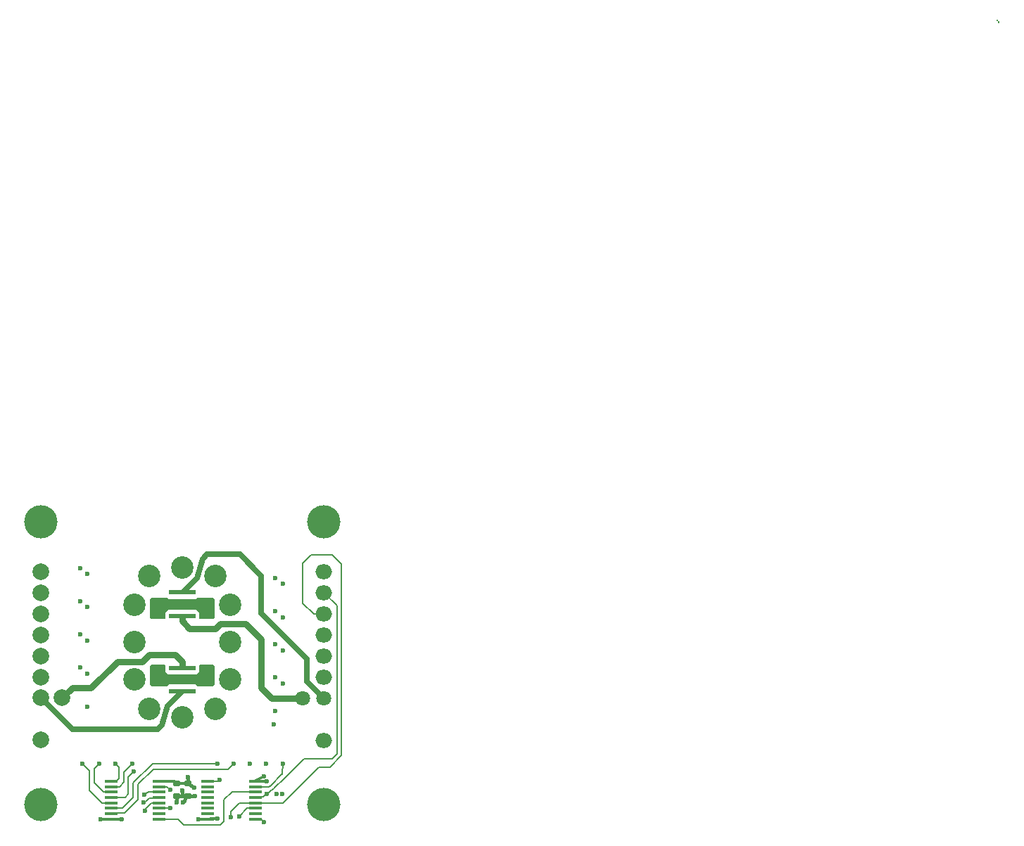
<source format=gtl>
%FSTAX44Y44*%
%MOIN*%
%SFA1B1*%

%IPPOS*%
%AMD27*
4,1,8,0.029200,0.006900,-0.029200,0.006900,-0.030900,0.005200,-0.030900,-0.005200,-0.029200,-0.006900,0.029200,-0.006900,0.030900,-0.005200,0.030900,0.005200,0.029200,0.006900,0.0*
1,1,0.003465,0.029200,0.005200*
1,1,0.003465,-0.029200,0.005200*
1,1,0.003465,-0.029200,-0.005200*
1,1,0.003465,0.029200,-0.005200*
%
%AMD28*
4,1,8,-0.015700,0.007800,-0.015700,-0.007800,-0.009800,-0.013800,0.009800,-0.013800,0.015700,-0.007800,0.015700,0.007800,0.009800,0.013800,-0.009800,0.013800,-0.015700,0.007800,0.0*
1,1,0.011890,-0.009800,0.007800*
1,1,0.011890,-0.009800,-0.007800*
1,1,0.011890,0.009800,-0.007800*
1,1,0.011890,0.009800,0.007800*
%
%ADD10C,0.007874*%
%ADD24C,0.015748*%
%ADD25R,0.129921X0.051181*%
%ADD26R,0.129921X0.019685*%
G04~CAMADD=27~8~0.0~0.0~618.1~137.8~17.3~0.0~15~0.0~0.0~0.0~0.0~0~0.0~0.0~0.0~0.0~0~0.0~0.0~0.0~0.0~618.1~137.8*
%ADD27D27*%
G04~CAMADD=28~8~0.0~0.0~275.6~315.0~59.4~0.0~15~0.0~0.0~0.0~0.0~0~0.0~0.0~0.0~0.0~0~0.0~0.0~0.0~90.0~315.0~275.0*
%ADD28D28*%
%ADD29C,0.027559*%
%ADD30C,0.031496*%
%ADD31C,0.011811*%
%ADD32C,0.157480*%
%ADD33C,0.070866*%
%ADD34C,0.078740*%
%ADD35O,0.078740X0.070866*%
%ADD36C,0.106299*%
%ADD37C,0.023622*%
%LNnixie_in12-1*%
%LPD*%
G36*
X00045322Y00037107D02*
X00045402D01*
Y00037027*
X00045322*
Y00037107*
X00045242*
Y00037187*
X00045322*
Y00037107*
G37*
G36*
X00006092Y00009685D02*
X00007293D01*
X00007411Y00009802*
X00008148*
X00008232Y00009719*
Y00008859*
X0000815Y00008777*
X00007522*
X00007488Y00008811*
Y00009104*
X00007355Y00009237*
X0000603*
X00005897Y00009104*
Y00008811*
X00005863Y00008777*
X00005235*
X00005153Y00008859*
Y00009719*
X00005238Y00009804*
X00005972*
X00006092Y00009685*
G37*
G36*
X00008232Y00006534D02*
Y00005674D01*
X00008147Y00005589*
X00007412*
X00007293Y00005708*
X00006092*
X00005974Y0000559*
X00005237*
X00005153Y00005674*
Y00006534*
X00005235Y00006616*
X00005863*
X00005897Y00006582*
Y00006288*
X0000603Y00006155*
X00007355*
X00007488Y00006288*
Y00006582*
X00007522Y00006616*
X0000815*
X00008232Y00006534*
G37*
G54D10*
X00010437Y00000354D02*
D01*
X00010449Y00000354*
X00010461Y00000356*
X00010473Y00000358*
X00010485Y00000361*
X00010497Y00000364*
X00010508Y00000369*
X00010519Y00000374*
X0001053Y0000038*
X0001054Y00000387*
X00010541Y00000388*
X00010985Y00000718D02*
D01*
X00011011Y00000738*
X00011035Y0000076*
X00011037Y00000762*
X00010703Y00000822D02*
D01*
X00010723Y00000822*
X00010742Y00000824*
X00010761Y00000828*
X00010779Y00000832*
X00010798Y00000838*
X00010816Y00000845*
X00010833Y00000854*
X00010849Y00000863*
X00010865Y00000874*
X00010881Y00000886*
X00010895Y00000899*
X00010898Y00000901*
X00011404Y00001405D02*
D01*
X00011408Y00001409*
X00011411Y00001414*
X00011414Y00001418*
X00011417Y00001423*
X0001142Y00001428*
X00011422Y00001433*
X00011424Y00001438*
X00011425Y00001443*
X00011426Y00001449*
X00011427Y00001454*
X00011427Y00001457*
X00014011Y00002397D02*
Y00009405D01*
X00013393Y00010023D02*
X00014011Y00009405D01*
X00012401Y00009535D02*
Y00011417D01*
X00012913Y00009023D02*
X00013385D01*
X00012401Y00009535D02*
X00012913Y00009023D01*
X00012401Y00011417D02*
X00012795Y00011811D01*
X00013779*
X00014214Y00011376*
Y00002309D02*
Y00011376D01*
X00013676Y00001771D02*
X00014214Y00002309D01*
X00013779Y00002165D02*
X00014011Y00002397D01*
X00013161Y00001771D02*
X00013676D01*
X00010145Y00000068D02*
X00011458D01*
X00013161Y00001771*
X00012442Y00002165D02*
X00013779D01*
X00011543Y00001266D02*
X00012442Y00002165D01*
X00010415Y00000354D02*
X00010437D01*
X00010541Y00000388D02*
X00010694Y00000502D01*
X00010985Y00000718*
X00011037Y00000762D02*
X00011543Y00001266D01*
X00009746Y-00000187D02*
X00010145D01*
X00010423Y-00000698D02*
X00010561Y-00000837D01*
X00010145Y-00000698D02*
X00010423D01*
X00008996Y-00000619D02*
Y-00000333D01*
X00009398Y00000068*
X00010145*
X00008672Y00000207D02*
X00009055Y0000059D01*
X00008672Y-00000803D02*
Y00000207D01*
X00008492Y-00000984D02*
X00008672Y-00000803D01*
X00009396Y-00000592D02*
X00009746Y-00000187D01*
X00006486Y-00000698D02*
X00006771Y-00000984D01*
X00008492*
X00010135Y0000059D02*
X00010145Y0000058D01*
X00009055Y0000059D02*
X00010135D01*
X00008389Y00001092D02*
X00008446Y00001149D01*
X00007885Y00001092D02*
X00008389D01*
X00006106Y-00000187D02*
X00006109Y-00000189D01*
X00005579Y-00000187D02*
X00006106D01*
X00005136Y00000295D02*
X00005549D01*
X00004871Y00000093D02*
X00004996Y00000155D01*
X00005136Y00000295*
X00004907Y00000456D02*
X00005104Y0000058D01*
X00004914Y-00000253D02*
X00005237Y00000069D01*
X00005578*
X00004914Y-00000305D02*
Y-00000253D01*
X00005549Y00000295D02*
X00005579Y00000324D01*
X00005104Y0000058D02*
X00005579D01*
X0000597Y00000836D02*
X00006117Y00000689D01*
X00005579Y00000836D02*
X0000597D01*
X00010898Y00000901D02*
X00011404Y00001405D01*
X00011427Y00001457D02*
Y00001458D01*
X00011449Y00001929*
X00010145Y00000324D02*
X00010415Y00000354D01*
X00010145Y00000836D02*
X00010415Y00000822D01*
X00010703*
X00003937Y00001537D02*
X00004316Y00001916D01*
X00003937Y00001062D02*
Y00001537D01*
X0000371Y00000836D02*
X00003937Y00001062D01*
X00003564Y00001099D02*
X00003698Y00001234D01*
Y00001746*
X00003529Y00001916D02*
X00003698Y00001746D01*
X00003319Y-00000442D02*
X00003339Y-00000422D01*
X00003947D02*
X00004606Y00000236D01*
X00003339Y-00000422D02*
X00003947D01*
X00001954Y00001916D02*
X00002283Y00001587D01*
Y00000669D02*
Y00001587D01*
Y00000669D02*
X00002883Y00000068D01*
X00003319*
X00002519Y00001694D02*
X00002741Y00001916D01*
X00002519Y00001023D02*
Y00001694D01*
Y00001023D02*
X00002962Y0000058D01*
X00003319*
Y00000836D02*
X0000371D01*
X00004133Y00001278D02*
X00004403Y00001547D01*
X00004133Y00000472D02*
Y00001278D01*
X00003986Y00000324D02*
X00004133Y00000472D01*
X00003319Y00000324D02*
X00003986D01*
X0000437Y00000314D02*
Y00001007D01*
X00005291Y00001929D02*
X00008357D01*
X0000437Y00001007D02*
X00005291Y00001929D01*
X00004606Y00000949D02*
X00005308Y00001651D01*
X00008857*
X00004606Y00000236D02*
Y00000949D01*
X00008857Y00001651D02*
X0000914Y00001933D01*
X00003868Y-00000187D02*
X0000437Y00000314D01*
X00003319Y-00000187D02*
X00003868D01*
X00005579Y-00000698D02*
X00006486D01*
G54D24*
X0000678Y00000149D02*
D01*
X00006786Y00000158*
X00006791Y00000168*
X00006795Y00000178*
X00006799Y00000189*
X00006799Y00000189*
X00006841Y00000393D02*
X0000697D01*
X00006689D02*
X00006841D01*
X00006739Y00000088D02*
X0000678Y00000149D01*
X00006799Y00000189D02*
X00006841Y00000324D01*
X0000697Y00000393D02*
X00006974D01*
X00007277*
X0000697Y00000982D02*
X00007247Y00000772D01*
X00006417Y00000089D02*
X00006417Y00000393D01*
X00006841Y00000324D02*
X0000697Y00000392D01*
X00006417Y00000394D02*
X00006689Y00000393D01*
Y00000399D02*
Y00000653D01*
X0000697Y00000982D02*
Y00001286D01*
G54D25*
X00006692Y00009488D03*
Y00005905D03*
G54D26*
X00006692Y00008937D03*
Y00010039D03*
Y00006456D03*
Y00005354D03*
G54D27*
X00010145Y00001092D03*
Y00000836D03*
Y0000058D03*
Y00000324D03*
Y00000068D03*
Y-00000187D03*
Y-00000442D03*
Y-00000698D03*
X00007885D03*
Y-00000442D03*
Y-00000187D03*
Y00000068D03*
Y00000324D03*
Y0000058D03*
Y00000836D03*
Y00001092D03*
X00005579D03*
Y00000836D03*
Y0000058D03*
Y00000324D03*
Y00000068D03*
Y-00000187D03*
Y-00000442D03*
Y-00000698D03*
X00003319D03*
Y-00000442D03*
Y-00000187D03*
Y00000068D03*
Y00000324D03*
Y0000058D03*
Y00000836D03*
Y00001092D03*
G54D28*
X0000697Y00000392D03*
Y00000982D03*
X00006417Y00000393D03*
Y00000984D03*
G54D29*
X00012598Y00005822D02*
X00013393Y00005027D01*
X00012598Y00005822D02*
Y00006889D01*
X00010433Y00009055D02*
X00012598Y00006889D01*
X00010433Y00009055D02*
Y00010826D01*
X00009409Y0001185D02*
X00010433Y00010826D01*
X00007874Y0001185D02*
X00009409D01*
X00007386Y00010733D02*
X0000766Y00011637D01*
X00006748Y00010094D02*
X00007386Y00010733D01*
X0000766Y00011637D02*
X00007874Y0001185D01*
X00005511Y00003543D02*
X00005725Y00003756D01*
X00005999Y0000466D02*
X00006663Y00005324D01*
X00005725Y00003756D02*
X00005999Y0000466D01*
X0Y00005039D02*
X00001496Y00003543D01*
X00005511*
G54D30*
X00010433Y00005511D02*
X0001092Y00005024D01*
X00012379*
X00010433Y00005511D02*
Y00007815D01*
X00008499Y00008566D02*
X00009682D01*
X00010433Y00007815*
X00008267Y00008334D02*
X00008499Y00008566D01*
X00006692Y00008682D02*
X0000704Y00008334D01*
X00006692Y00008682D02*
Y00008858D01*
X0000704Y00008334D02*
X00008267D01*
X00005118Y00007086D02*
X00006344D01*
X00006692Y00006562D02*
Y00006738D01*
X00006344Y00007086D02*
X00006692Y00006738D01*
X00001005Y00005038D02*
X00001479Y00005511D01*
X00002362*
X0000362Y00006769*
X00004801*
X00005118Y00007086*
G54D31*
X00008135Y-0000069D02*
X00008342D01*
X00007885Y-00000698D02*
X00008135Y-0000069D01*
X00010145Y00001092D02*
X0001015Y00001097D01*
X00010155Y00001102*
X00005579Y00001092D02*
X00006309D01*
X00006417Y00000984*
X00007441Y-00000707D02*
X00007883Y-00000699D01*
X00003319Y-00000698D02*
X00003825Y-00000699D01*
X0001015Y00001107D02*
X00010559Y00001329D01*
X0001015Y00001097D02*
X00010703D01*
X00002812Y-00000697D02*
X00003319D01*
X00006968Y00000984D02*
X0000697Y00000982D01*
X00006417Y00000984D02*
X00006968D01*
G54D32*
X0Y00013385D03*
X00013385Y0D03*
Y00013385D03*
X0Y0D03*
G54D33*
X00012388Y00005014D03*
X00013393Y00005027D03*
G54D34*
X00001005Y00005038D03*
X0Y00005039D03*
Y00010023D03*
Y00009023D03*
Y00008023D03*
Y00007023D03*
Y00011023D03*
Y00006023D03*
Y00003055D03*
G54D35*
X00013385Y00011023D03*
Y00008023D03*
Y00007023D03*
Y00009023D03*
Y00006023D03*
Y00010023D03*
X00013379Y00003012D03*
G54D36*
X00008956Y00005905D03*
Y00007677D03*
Y00009448D03*
X00004429D03*
Y00007677D03*
Y00005905D03*
X00006692Y00004133D03*
Y0001122D03*
X00005118Y00004527D03*
Y00010826D03*
X00008267D03*
Y00004527D03*
G54D37*
X00011442Y00005721D03*
X00011106Y00004437D03*
X00010561Y-00000837D03*
X00007677Y00008897D03*
Y00009685D03*
Y00009291D03*
X0000807D03*
Y00009685D03*
Y00008897D03*
X00005314D03*
Y00009685D03*
Y00009291D03*
X00005708D03*
Y00009685D03*
Y00008897D03*
X00007677Y00006496D03*
Y00005708D03*
Y00006102D03*
X0000807D03*
Y00005708D03*
Y00006496D03*
X00005314D03*
Y00005708D03*
Y00006102D03*
X00005708D03*
Y00005708D03*
Y00006496D03*
X00006739Y00000088D03*
X00008996Y-00000619D03*
X00008342Y-0000069D03*
X00009396Y-00000592D03*
X00007247Y00000772D03*
X00007277Y00000393D03*
X00011442Y00007296D03*
Y00008871D03*
X00008446Y00001149D03*
X00006417Y00000089D03*
X00010702Y00000491D03*
X00009879Y00001929D03*
X00010666D03*
X00011038Y00003802D03*
X00011106Y00006011D03*
Y00007586D03*
Y00009161D03*
Y00010736D03*
X00011442Y00010446D03*
X00004907Y00000456D03*
X00004871Y00000093D03*
X00004914Y-00000305D03*
X00006117Y00000689D03*
X00006109Y-00000189D03*
X00011155Y00000491D03*
X00007441Y-00000707D03*
X00011415Y00000493D03*
X00003825Y-00000699D03*
X00011449Y00001929D03*
X00010703Y00001097D03*
X00006689Y00000653D03*
X00004403Y00001547D03*
X00001954Y00001916D03*
X00002741D03*
X00004316D03*
X00003529D03*
X00002812Y-00000697D03*
X0000914Y00001933D03*
X00008357Y00001929D03*
X00010559Y00001329D03*
X0000697Y00001286D03*
X00002194Y00004611D03*
X00001857Y00006476D03*
X00002194Y00006186D03*
X00001861Y00011204D03*
X00002197Y00010914D03*
X00001861Y00009629D03*
X00002197Y00009339D03*
X00002194Y00007761D03*
X00001857Y00008051D03*
M02*
</source>
